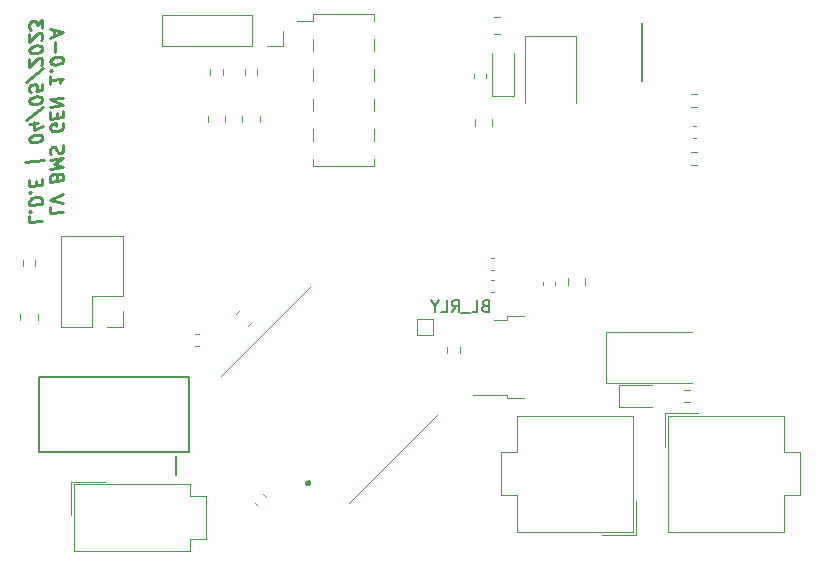
<source format=gbo>
%TF.GenerationSoftware,KiCad,Pcbnew,(6.0.11)*%
%TF.CreationDate,2023-05-09T17:29:38+10:00*%
%TF.ProjectId,LV_MASTER_A_SAMPLE,4c565f4d-4153-4544-9552-5f415f53414d,1*%
%TF.SameCoordinates,Original*%
%TF.FileFunction,Legend,Bot*%
%TF.FilePolarity,Positive*%
%FSLAX46Y46*%
G04 Gerber Fmt 4.6, Leading zero omitted, Abs format (unit mm)*
G04 Created by KiCad (PCBNEW (6.0.11)) date 2023-05-09 17:29:38*
%MOMM*%
%LPD*%
G01*
G04 APERTURE LIST*
%ADD10C,0.260000*%
%ADD11C,0.150000*%
%ADD12C,0.120000*%
%ADD13C,0.200000*%
%ADD14C,0.100000*%
%ADD15C,0.300000*%
G04 APERTURE END LIST*
D10*
X113583680Y-89820130D02*
X113583680Y-90343939D01*
X114683680Y-90206439D01*
X114683680Y-89473106D02*
X113583680Y-89243939D01*
X114683680Y-88739773D01*
X114159871Y-87233820D02*
X114107490Y-87083225D01*
X114055109Y-87037392D01*
X113950347Y-86998106D01*
X113793204Y-87017749D01*
X113688442Y-87083225D01*
X113636061Y-87142154D01*
X113583680Y-87253463D01*
X113583680Y-87672511D01*
X114683680Y-87535011D01*
X114683680Y-87168344D01*
X114631300Y-87070130D01*
X114578919Y-87024297D01*
X114474157Y-86985011D01*
X114369395Y-86998106D01*
X114264633Y-87063582D01*
X114212252Y-87122511D01*
X114159871Y-87233820D01*
X114159871Y-87600487D01*
X113583680Y-86572511D02*
X114683680Y-86435011D01*
X113897966Y-86166558D01*
X114683680Y-85701677D01*
X113583680Y-85839177D01*
X113636061Y-85361201D02*
X113583680Y-85210606D01*
X113583680Y-84948701D01*
X113636061Y-84837392D01*
X113688442Y-84778463D01*
X113793204Y-84712987D01*
X113897966Y-84699892D01*
X114002728Y-84739177D01*
X114055109Y-84785011D01*
X114107490Y-84883225D01*
X114159871Y-85086201D01*
X114212252Y-85184416D01*
X114264633Y-85230249D01*
X114369395Y-85269535D01*
X114474157Y-85256439D01*
X114578919Y-85190963D01*
X114631300Y-85132035D01*
X114683680Y-85020725D01*
X114683680Y-84758820D01*
X114631300Y-84608225D01*
X114631300Y-82722511D02*
X114683680Y-82820725D01*
X114683680Y-82977868D01*
X114631300Y-83141558D01*
X114526538Y-83259416D01*
X114421776Y-83324892D01*
X114212252Y-83403463D01*
X114055109Y-83423106D01*
X113845585Y-83396916D01*
X113740823Y-83357630D01*
X113636061Y-83265963D01*
X113583680Y-83115368D01*
X113583680Y-83010606D01*
X113636061Y-82846916D01*
X113688442Y-82787987D01*
X114055109Y-82742154D01*
X114055109Y-82951677D01*
X114159871Y-82257630D02*
X114159871Y-81890963D01*
X113583680Y-81805844D02*
X113583680Y-82329654D01*
X114683680Y-82192154D01*
X114683680Y-81668344D01*
X113583680Y-81334416D02*
X114683680Y-81196916D01*
X113583680Y-80705844D01*
X114683680Y-80568344D01*
X113583680Y-78767749D02*
X113583680Y-79396320D01*
X113583680Y-79082035D02*
X114683680Y-78944535D01*
X114526538Y-79068939D01*
X114421776Y-79186797D01*
X114369395Y-79298106D01*
X113688442Y-78283225D02*
X113636061Y-78237392D01*
X113583680Y-78296320D01*
X113636061Y-78342154D01*
X113688442Y-78283225D01*
X113583680Y-78296320D01*
X114683680Y-77425487D02*
X114683680Y-77320725D01*
X114631300Y-77222511D01*
X114578919Y-77176677D01*
X114474157Y-77137392D01*
X114264633Y-77111201D01*
X114002728Y-77143939D01*
X113793204Y-77222511D01*
X113688442Y-77287987D01*
X113636061Y-77346916D01*
X113583680Y-77458225D01*
X113583680Y-77562987D01*
X113636061Y-77661201D01*
X113688442Y-77707035D01*
X113793204Y-77746320D01*
X114002728Y-77772511D01*
X114264633Y-77739773D01*
X114474157Y-77661201D01*
X114578919Y-77595725D01*
X114631300Y-77536797D01*
X114683680Y-77425487D01*
X114002728Y-76672511D02*
X114002728Y-75834416D01*
X113897966Y-75376082D02*
X113897966Y-74852273D01*
X113583680Y-75520130D02*
X114683680Y-75015963D01*
X113583680Y-74786797D01*
X111812680Y-90579654D02*
X111812680Y-91103463D01*
X112912680Y-90965963D01*
X111917442Y-90199892D02*
X111865061Y-90154058D01*
X111812680Y-90212987D01*
X111865061Y-90258820D01*
X111917442Y-90199892D01*
X111812680Y-90212987D01*
X111812680Y-89689177D02*
X112912680Y-89551677D01*
X112912680Y-89289773D01*
X112860300Y-89139177D01*
X112755538Y-89047511D01*
X112650776Y-89008225D01*
X112441252Y-88982035D01*
X112284109Y-89001677D01*
X112074585Y-89080249D01*
X111969823Y-89145725D01*
X111865061Y-89263582D01*
X111812680Y-89427273D01*
X111812680Y-89689177D01*
X111917442Y-88576082D02*
X111865061Y-88530249D01*
X111812680Y-88589177D01*
X111865061Y-88635011D01*
X111917442Y-88576082D01*
X111812680Y-88589177D01*
X112388871Y-87993344D02*
X112388871Y-87626677D01*
X111812680Y-87541558D02*
X111812680Y-88065368D01*
X112912680Y-87927868D01*
X112912680Y-87404058D01*
X111446014Y-86015963D02*
X113017442Y-85819535D01*
X112912680Y-83999297D02*
X112912680Y-83894535D01*
X112860300Y-83796320D01*
X112807919Y-83750487D01*
X112703157Y-83711201D01*
X112493633Y-83685011D01*
X112231728Y-83717749D01*
X112022204Y-83796320D01*
X111917442Y-83861797D01*
X111865061Y-83920725D01*
X111812680Y-84032035D01*
X111812680Y-84136797D01*
X111865061Y-84235011D01*
X111917442Y-84280844D01*
X112022204Y-84320130D01*
X112231728Y-84346320D01*
X112493633Y-84313582D01*
X112703157Y-84235011D01*
X112807919Y-84169535D01*
X112860300Y-84110606D01*
X112912680Y-83999297D01*
X112546014Y-82735606D02*
X111812680Y-82827273D01*
X112965061Y-82945130D02*
X112179347Y-83305249D01*
X112179347Y-82624297D01*
X112965061Y-81321320D02*
X111550776Y-82440963D01*
X112912680Y-80751677D02*
X112912680Y-80646916D01*
X112860300Y-80548701D01*
X112807919Y-80502868D01*
X112703157Y-80463582D01*
X112493633Y-80437392D01*
X112231728Y-80470130D01*
X112022204Y-80548701D01*
X111917442Y-80614177D01*
X111865061Y-80673106D01*
X111812680Y-80784416D01*
X111812680Y-80889177D01*
X111865061Y-80987392D01*
X111917442Y-81033225D01*
X112022204Y-81072511D01*
X112231728Y-81098701D01*
X112493633Y-81065963D01*
X112703157Y-80987392D01*
X112807919Y-80921916D01*
X112860300Y-80862987D01*
X112912680Y-80751677D01*
X112912680Y-79389773D02*
X112912680Y-79913582D01*
X112388871Y-80031439D01*
X112441252Y-79972511D01*
X112493633Y-79861201D01*
X112493633Y-79599297D01*
X112441252Y-79501082D01*
X112388871Y-79455249D01*
X112284109Y-79415963D01*
X112022204Y-79448701D01*
X111917442Y-79514177D01*
X111865061Y-79573106D01*
X111812680Y-79684416D01*
X111812680Y-79946320D01*
X111865061Y-80044535D01*
X111917442Y-80090368D01*
X112965061Y-78073701D02*
X111550776Y-79193344D01*
X112807919Y-77779058D02*
X112860300Y-77720130D01*
X112912680Y-77608820D01*
X112912680Y-77346916D01*
X112860300Y-77248701D01*
X112807919Y-77202868D01*
X112703157Y-77163582D01*
X112598395Y-77176677D01*
X112441252Y-77248701D01*
X111812680Y-77955844D01*
X111812680Y-77274892D01*
X112912680Y-76456439D02*
X112912680Y-76351677D01*
X112860300Y-76253463D01*
X112807919Y-76207630D01*
X112703157Y-76168344D01*
X112493633Y-76142154D01*
X112231728Y-76174892D01*
X112022204Y-76253463D01*
X111917442Y-76318939D01*
X111865061Y-76377868D01*
X111812680Y-76489177D01*
X111812680Y-76593939D01*
X111865061Y-76692154D01*
X111917442Y-76737987D01*
X112022204Y-76777273D01*
X112231728Y-76803463D01*
X112493633Y-76770725D01*
X112703157Y-76692154D01*
X112807919Y-76626677D01*
X112860300Y-76567749D01*
X112912680Y-76456439D01*
X112807919Y-75683820D02*
X112860300Y-75624892D01*
X112912680Y-75513582D01*
X112912680Y-75251677D01*
X112860300Y-75153463D01*
X112807919Y-75107630D01*
X112703157Y-75068344D01*
X112598395Y-75081439D01*
X112441252Y-75153463D01*
X111812680Y-75860606D01*
X111812680Y-75179654D01*
X112912680Y-74675487D02*
X112912680Y-73994535D01*
X112493633Y-74413582D01*
X112493633Y-74256439D01*
X112441252Y-74158225D01*
X112388871Y-74112392D01*
X112284109Y-74073106D01*
X112022204Y-74105844D01*
X111917442Y-74171320D01*
X111865061Y-74230249D01*
X111812680Y-74341558D01*
X111812680Y-74655844D01*
X111865061Y-74754058D01*
X111917442Y-74799892D01*
D11*
%TO.C,BL_RLY*%
X150397019Y-98165571D02*
X150254161Y-98213190D01*
X150206542Y-98260809D01*
X150158923Y-98356047D01*
X150158923Y-98498904D01*
X150206542Y-98594142D01*
X150254161Y-98641761D01*
X150349400Y-98689380D01*
X150730352Y-98689380D01*
X150730352Y-97689380D01*
X150397019Y-97689380D01*
X150301780Y-97737000D01*
X150254161Y-97784619D01*
X150206542Y-97879857D01*
X150206542Y-97975095D01*
X150254161Y-98070333D01*
X150301780Y-98117952D01*
X150397019Y-98165571D01*
X150730352Y-98165571D01*
X149254161Y-98689380D02*
X149730352Y-98689380D01*
X149730352Y-97689380D01*
X149158923Y-98784619D02*
X148397019Y-98784619D01*
X147587495Y-98689380D02*
X147920828Y-98213190D01*
X148158923Y-98689380D02*
X148158923Y-97689380D01*
X147777971Y-97689380D01*
X147682733Y-97737000D01*
X147635114Y-97784619D01*
X147587495Y-97879857D01*
X147587495Y-98022714D01*
X147635114Y-98117952D01*
X147682733Y-98165571D01*
X147777971Y-98213190D01*
X148158923Y-98213190D01*
X146682733Y-98689380D02*
X147158923Y-98689380D01*
X147158923Y-97689380D01*
X146158923Y-98213190D02*
X146158923Y-98689380D01*
X146492257Y-97689380D02*
X146158923Y-98213190D01*
X145825590Y-97689380D01*
D12*
%TO.C,C50*%
X155256200Y-96450067D02*
X155256200Y-96157533D01*
X156276200Y-96450067D02*
X156276200Y-96157533D01*
%TO.C,D4*%
X153807600Y-75323200D02*
X158107600Y-75323200D01*
X153807600Y-75323200D02*
X153807600Y-81023200D01*
X158107600Y-75323200D02*
X158107600Y-81023200D01*
D13*
%TO.C,T1*%
X125362400Y-104176000D02*
X112662400Y-104176000D01*
X124207400Y-112531000D02*
X124207400Y-110936000D01*
X112662400Y-104176000D02*
X112662400Y-110586000D01*
X112662400Y-110586000D02*
X125362400Y-110586000D01*
X125362400Y-110586000D02*
X125362400Y-104176000D01*
D12*
%TO.C,C20*%
X149519400Y-82405548D02*
X149519400Y-82928052D01*
X150989400Y-82405548D02*
X150989400Y-82928052D01*
%TO.C,J2*%
X133296400Y-76224400D02*
X133296400Y-74894400D01*
X131966400Y-76224400D02*
X133296400Y-76224400D01*
X130696400Y-73564400D02*
X123016400Y-73564400D01*
X130696400Y-76224400D02*
X123016400Y-76224400D01*
X130696400Y-76224400D02*
X130696400Y-73564400D01*
X123016400Y-76224400D02*
X123016400Y-73564400D01*
%TO.C,D2*%
X126913400Y-82075348D02*
X126913400Y-82597852D01*
X128383400Y-82075348D02*
X128383400Y-82597852D01*
%TO.C,R2*%
X128170900Y-78119476D02*
X128170900Y-78628924D01*
X127125900Y-78119476D02*
X127125900Y-78628924D01*
%TO.C,C21*%
X150459600Y-78857767D02*
X150459600Y-78565233D01*
X149439600Y-78857767D02*
X149439600Y-78565233D01*
%TO.C,R26*%
X147191900Y-101639876D02*
X147191900Y-102149324D01*
X148236900Y-101639876D02*
X148236900Y-102149324D01*
%TO.C,R27*%
X167222326Y-106354100D02*
X167731774Y-106354100D01*
X167222326Y-105309100D02*
X167731774Y-105309100D01*
%TO.C,D9*%
X161706850Y-104871600D02*
X164566850Y-104871600D01*
X161706850Y-106791600D02*
X161706850Y-104871600D01*
X164566850Y-106791600D02*
X161706850Y-106791600D01*
%TO.C,C17*%
X129650210Y-98497743D02*
X129280743Y-98867210D01*
X130689657Y-99537190D02*
X130320190Y-99906657D01*
%TO.C,C23*%
X151188067Y-97019800D02*
X150895533Y-97019800D01*
X151188067Y-95999800D02*
X150895533Y-95999800D01*
%TO.C,R7*%
X167803176Y-85177150D02*
X168312624Y-85177150D01*
X167803176Y-86222150D02*
X168312624Y-86222150D01*
%TO.C,D8*%
X160648000Y-104679600D02*
X167948000Y-104679600D01*
X160648000Y-104679600D02*
X160648000Y-100379600D01*
X160648000Y-100379600D02*
X167948000Y-100379600D01*
%TO.C,BL_RLY*%
X144601400Y-100664200D02*
X146001400Y-100664200D01*
X146001400Y-100664200D02*
X146001400Y-99264200D01*
X146001400Y-99264200D02*
X144601400Y-99264200D01*
X144601400Y-99264200D02*
X144601400Y-100664200D01*
%TO.C,D3*%
X131300400Y-82075348D02*
X131300400Y-82597852D01*
X129830400Y-82075348D02*
X129830400Y-82597852D01*
%TO.C,R3*%
X131087900Y-78119476D02*
X131087900Y-78628924D01*
X130042900Y-78119476D02*
X130042900Y-78628924D01*
%TO.C,D1*%
X112508400Y-98894048D02*
X112508400Y-99416552D01*
X111038400Y-98894048D02*
X111038400Y-99416552D01*
%TO.C,C37*%
X168257967Y-82969600D02*
X167965433Y-82969600D01*
X168257967Y-83989600D02*
X167965433Y-83989600D01*
%TO.C,C38*%
X126143667Y-100571800D02*
X125851133Y-100571800D01*
X126143667Y-101591800D02*
X125851133Y-101591800D01*
%TO.C,C24*%
X157393400Y-96390052D02*
X157393400Y-95867548D01*
X158863400Y-96390052D02*
X158863400Y-95867548D01*
%TO.C,R1*%
X111250900Y-94328576D02*
X111250900Y-94838024D01*
X112295900Y-94328576D02*
X112295900Y-94838024D01*
%TO.C,J7*%
X165853400Y-112404700D02*
X165853400Y-107494700D01*
X165853400Y-117314700D02*
X175673400Y-117314700D01*
X175673400Y-107494700D02*
X175673400Y-110594700D01*
X165613400Y-107254700D02*
X168463400Y-107254700D01*
X165853400Y-112404700D02*
X165853400Y-117314700D01*
X165853400Y-107494700D02*
X175673400Y-107494700D01*
X177073400Y-110594700D02*
X177073400Y-112404700D01*
X175673400Y-114214700D02*
X177073400Y-114214700D01*
X175673400Y-117314700D02*
X175673400Y-114214700D01*
X177073400Y-114214700D02*
X177073400Y-112404700D01*
X165613400Y-110104700D02*
X165613400Y-107254700D01*
X175673400Y-110594700D02*
X177073400Y-110594700D01*
%TO.C,C16*%
X151690852Y-75172200D02*
X151168348Y-75172200D01*
X151690852Y-73702200D02*
X151168348Y-73702200D01*
D14*
%TO.C,PS1*%
X146414263Y-107316245D02*
X138848220Y-114882288D01*
D15*
X135475321Y-113135734D02*
X135475321Y-113135734D01*
D14*
X135637956Y-96539938D02*
X128071913Y-104105981D01*
D15*
X135333900Y-113277156D02*
X135333900Y-113277156D01*
X135475321Y-113135734D02*
G75*
G03*
X135333900Y-113277156I-70711J-70711D01*
G01*
X135333900Y-113277156D02*
G75*
G03*
X135475321Y-113135734I70710J70711D01*
G01*
D12*
%TO.C,J3*%
X117127400Y-99983800D02*
X117127400Y-97383800D01*
X119727400Y-99983800D02*
X119727400Y-98653800D01*
X114527400Y-92243800D02*
X119727400Y-92243800D01*
X114527400Y-99983800D02*
X117127400Y-99983800D01*
X118397400Y-99983800D02*
X119727400Y-99983800D01*
X117127400Y-97383800D02*
X119727400Y-97383800D01*
X119727400Y-97383800D02*
X119727400Y-92243800D01*
X114527400Y-99983800D02*
X114527400Y-92243800D01*
D13*
%TO.C,F1*%
X163697800Y-74263200D02*
X163697800Y-79183200D01*
D12*
%TO.C,J5*%
X125406800Y-114308600D02*
X126806800Y-114308600D01*
X126806800Y-117928600D02*
X126806800Y-116118600D01*
X115346800Y-113068600D02*
X118196800Y-113068600D01*
X125406800Y-117928600D02*
X126806800Y-117928600D01*
X126806800Y-114308600D02*
X126806800Y-116118600D01*
X115586800Y-116118600D02*
X115586800Y-113308600D01*
X115586800Y-116118600D02*
X115586800Y-118928600D01*
X125406800Y-113308600D02*
X125406800Y-114308600D01*
X115586800Y-113308600D02*
X125406800Y-113308600D01*
X115346800Y-115918600D02*
X115346800Y-113068600D01*
X125406800Y-118928600D02*
X125406800Y-117928600D01*
X115586800Y-118928600D02*
X125406800Y-118928600D01*
%TO.C,J6*%
X163165600Y-114704700D02*
X163165600Y-117554700D01*
X153105600Y-117314700D02*
X153105600Y-114214700D01*
X162925600Y-117314700D02*
X153105600Y-117314700D01*
X162925600Y-107494700D02*
X153105600Y-107494700D01*
X153105600Y-114214700D02*
X151705600Y-114214700D01*
X151705600Y-110594700D02*
X151705600Y-112404700D01*
X153105600Y-110594700D02*
X151705600Y-110594700D01*
X163165600Y-117554700D02*
X160315600Y-117554700D01*
X162925600Y-112404700D02*
X162925600Y-117314700D01*
X151705600Y-114214700D02*
X151705600Y-112404700D01*
X162925600Y-112404700D02*
X162925600Y-107494700D01*
X153105600Y-107494700D02*
X153105600Y-110594700D01*
%TO.C,R6*%
X168317524Y-80290100D02*
X167808076Y-80290100D01*
X168317524Y-81335100D02*
X167808076Y-81335100D01*
%TO.C,C22*%
X151188067Y-94171000D02*
X150895533Y-94171000D01*
X151188067Y-95191000D02*
X150895533Y-95191000D01*
%TO.C,D5*%
X152862200Y-80434000D02*
X150962200Y-80434000D01*
X152862200Y-80434000D02*
X152862200Y-76774000D01*
X150962200Y-80434000D02*
X150962200Y-76774000D01*
%TO.C,Q1*%
X153729400Y-99079600D02*
X152229400Y-99079600D01*
X153729400Y-105979600D02*
X152229400Y-105979600D01*
X152229400Y-99349600D02*
X151129400Y-99349600D01*
X152229400Y-99079600D02*
X152229400Y-99349600D01*
X152229400Y-105709600D02*
X149399400Y-105709600D01*
X152229400Y-105979600D02*
X152229400Y-105709600D01*
%TO.C,C13*%
X130892749Y-114877198D02*
X131099602Y-115084051D01*
X131613998Y-114155949D02*
X131820851Y-114362802D01*
%TO.C,J4*%
X135818000Y-74083600D02*
X134458000Y-74083600D01*
X141018000Y-80683600D02*
X141018000Y-81703600D01*
X135818000Y-83223600D02*
X135818000Y-84243600D01*
X135818000Y-78143600D02*
X135818000Y-79163600D01*
X141018000Y-75603600D02*
X141018000Y-76623600D01*
X141018000Y-86333600D02*
X135818000Y-86333600D01*
X135818000Y-73513600D02*
X135818000Y-74083600D01*
X141018000Y-73513600D02*
X135818000Y-73513600D01*
X135818000Y-80683600D02*
X135818000Y-81703600D01*
X141018000Y-83223600D02*
X141018000Y-84243600D01*
X141018000Y-73513600D02*
X141018000Y-74083600D01*
X135818000Y-85763600D02*
X135818000Y-86333600D01*
X141018000Y-78143600D02*
X141018000Y-79163600D01*
X135818000Y-75603600D02*
X135818000Y-76623600D01*
X141018000Y-85763600D02*
X141018000Y-86333600D01*
%TD*%
M02*

</source>
